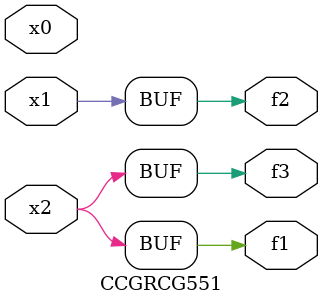
<source format=v>
module CCGRCG551(
	input x0, x1, x2,
	output f1, f2, f3
);
	assign f1 = x2;
	assign f2 = x1;
	assign f3 = x2;
endmodule

</source>
